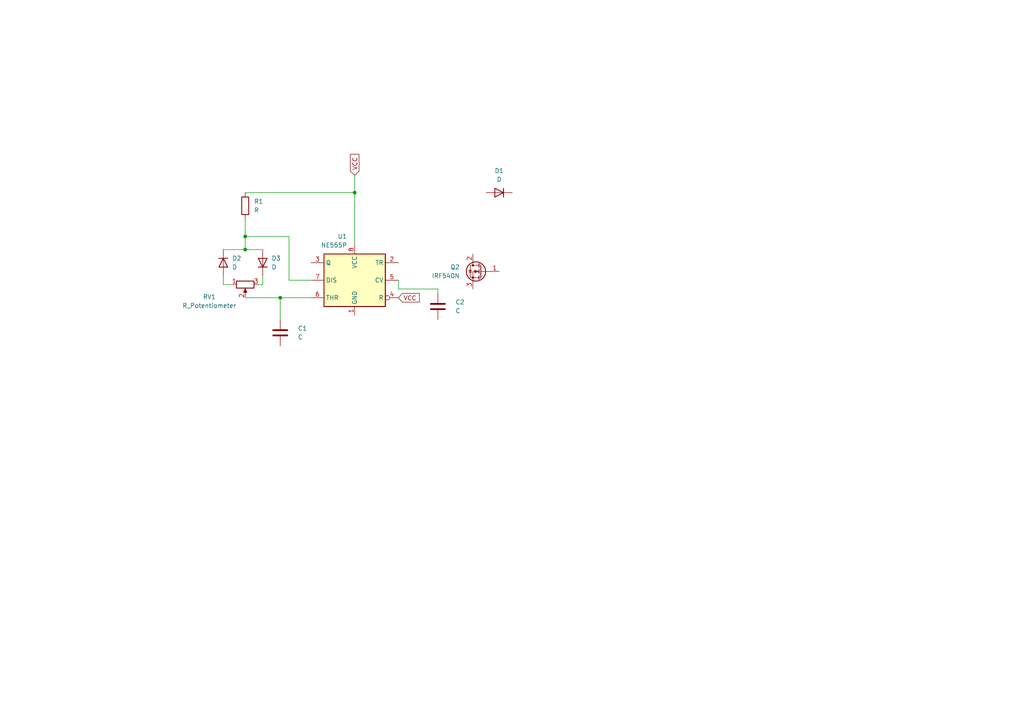
<source format=kicad_sch>
(kicad_sch (version 20231120) (generator "eeschema") (generator_version "8.0")
  (paper "A4")
  (lib_symbols
    (symbol "Device:C" (pin_numbers hide) (pin_names (offset 0.254))
      (property "Reference" "C" (at 0.635 2.54 0))
      (property "Value" "C" (at 0.635 -2.54 0))
      (symbol "C_0_1"
        (polyline (pts (xy -2.032 -0.762) (xy 2.032 -0.762)) (stroke (width 0.508)))
        (polyline (pts (xy -2.032 0.762) (xy 2.032 0.762)) (stroke (width 0.508)))
      )
      (symbol "C_1_1"
        (pin passive line (at 0 3.81 270) (length 2.794) (name "~") (number "1"))
        (pin passive line (at 0 -3.81 90) (length 2.794) (name "~") (number "2"))
      )
    )
    (symbol "Device:D" (pin_numbers hide) (pin_names (offset 1.016) hide)
      (property "Reference" "D" (at 0 2.54 0))
      (property "Value" "D" (at 0 -2.54 0))
      (symbol "D_0_1"
        (polyline (pts (xy -1.27 1.27) (xy -1.27 -1.27)) (stroke (width 0.254)))
        (polyline (pts (xy 1.27 0) (xy -1.27 0)))
        (polyline (pts (xy 1.27 1.27) (xy 1.27 -1.27) (xy -1.27 0) (xy 1.27 1.27)) (stroke (width 0.254)))
      )
      (symbol "D_1_1"
        (pin passive line (at -3.81 0 0) (length 2.54) (name "K") (number "1"))
        (pin passive line (at 3.81 0 180) (length 2.54) (name "A") (number "2"))
      )
    )
    (symbol "Device:R" (pin_numbers hide) (pin_names (offset 0))
      (property "Reference" "R" (at 2.032 0 90))
      (property "Value" "R" (at 0 0 90))
      (symbol "R_0_1"
        (rectangle (start -1.016 -2.54) (end 1.016 2.54) (stroke (width 0.254)))
      )
      (symbol "R_1_1"
        (pin passive line (at 0 3.81 270) (length 1.27) (name "~") (number "1"))
        (pin passive line (at 0 -3.81 90) (length 1.27) (name "~") (number "2"))
      )
    )
    (symbol "Device:R_Potentiometer" (pin_names (offset 1.016) hide)
      (property "Reference" "RV" (at -4.445 0 90))
      (property "Value" "R_Potentiometer" (at -2.54 0 90))
      (symbol "R_Potentiometer_0_1"
        (polyline (pts (xy 2.54 0) (xy 1.524 0)))
        (polyline (pts (xy 1.143 0) (xy 2.286 0.508) (xy 2.286 -0.508) (xy 1.143 0)) (fill (type outline)))
        (rectangle (start 1.016 2.54) (end -1.016 -2.54) (stroke (width 0.254)))
      )
      (symbol "R_Potentiometer_1_1"
        (pin passive line (at 0 3.81 270) (length 1.27) (name "1") (number "1"))
        (pin passive line (at 3.81 0 180) (length 1.27) (name "2") (number "2"))
        (pin passive line (at 0 -3.81 90) (length 1.27) (name "3") (number "3"))
      )
    )
    (symbol "Timer:NE555P"
      (property "Reference" "U" (at -10.16 8.89 0))
      (property "Value" "NE555P" (at 2.54 8.89 0))
      (symbol "NE555P_0_0"
        (pin power_in line (at 0 -10.16 90) (length 2.54) (name "GND") (number "1"))
        (pin power_in line (at 0 10.16 270) (length 2.54) (name "VCC") (number "8"))
      )
      (symbol "NE555P_0_1"
        (rectangle (start -8.89 -7.62) (end 8.89 7.62) (stroke (width 0.254)) (fill (type background)))
        (rectangle (start -8.89 -7.62) (end 8.89 7.62) (stroke (width 0.254)) (fill (type background)))
      )
      (symbol "NE555P_1_1"
        (pin input line (at -12.7 5.08 0) (length 3.81) (name "TR") (number "2"))
        (pin output line (at 12.7 5.08 180) (length 3.81) (name "Q") (number "3"))
        (pin input inverted (at -12.7 -5.08 0) (length 3.81) (name "R") (number "4"))
        (pin input line (at -12.7 0 0) (length 3.81) (name "CV") (number "5"))
        (pin input line (at 12.7 -5.08 180) (length 3.81) (name "THR") (number "6"))
        (pin input line (at 12.7 0 180) (length 3.81) (name "DIS") (number "7"))
      )
    )
    (symbol "Transistor_FET:IRF540N" (pin_names hide)
      (property "Reference" "Q" (at 5.08 1.905 0))
      (property "Value" "IRF540N" (at 5.08 0 0))
      (symbol "IRF540N_0_1"
        (polyline (pts (xy 0.254 0) (xy -2.54 0)))
        (polyline (pts (xy 0.254 1.905) (xy 0.254 -1.905)) (stroke (width 0.254)))
        (polyline (pts (xy 0.762 -1.27) (xy 0.762 -2.286)) (stroke (width 0.254)))
        (polyline (pts (xy 0.762 0.508) (xy 0.762 -0.508)) (stroke (width 0.254)))
        (polyline (pts (xy 0.762 2.286) (xy 0.762 1.27)) (stroke (width 0.254)))
        (polyline (pts (xy 2.54 2.54) (xy 2.54 1.778)))
        (polyline (pts (xy 2.54 -2.54) (xy 2.54 0) (xy 0.762 0)))
        (polyline (pts (xy 0.762 -1.778) (xy 3.302 -1.778) (xy 3.302 1.778) (xy 0.762 1.778)))
        (polyline (pts (xy 1.016 0) (xy 2.032 0.381) (xy 2.032 -0.381) (xy 1.016 0)) (fill (type outline)))
        (polyline (pts (xy 2.794 0.508) (xy 2.921 0.381) (xy 3.683 0.381) (xy 3.81 0.254)))
        (polyline (pts (xy 3.302 0.381) (xy 2.921 -0.254) (xy 3.683 -0.254) (xy 3.302 0.381)))
        (circle (center 1.651 0) (radius 2.794) (stroke (width 0.254)))
        (circle (center 2.54 -1.778) (radius 0.254) (fill (type outline)))
        (circle (center 2.54 1.778) (radius 0.254) (fill (type outline)))
      )
      (symbol "IRF540N_1_1"
        (pin input line (at -5.08 0 0) (length 2.54) (name "G") (number "1"))
        (pin passive line (at 2.54 5.08 270) (length 2.54) (name "D") (number "2"))
        (pin passive line (at 2.54 -5.08 90) (length 2.54) (name "S") (number "3"))
      )
    )
  )
  (junction (at 71.12 68.58))
  (junction (at 102.87 55.88))
  (junction (at 81.28 86.36))
  (junction (at 71.12 72.39))
  (wire (pts (xy 64.77 72.39) (xy 71.12 72.39)))
  (wire (pts (xy 115.57 83.82) (xy 127 83.82)))
  (wire (pts (xy 71.12 68.58) (xy 83.82 68.58)))
  (wire (pts (xy 71.12 68.58) (xy 71.12 72.39)))
  (wire (pts (xy 71.12 63.5) (xy 71.12 68.58)))
  (wire (pts (xy 81.28 86.36) (xy 90.17 86.36)))
  (wire (pts (xy 83.82 81.28) (xy 83.82 68.58)))
  (wire (pts (xy 127 83.82) (xy 127 85.09)))
  (wire (pts (xy 115.57 83.82) (xy 115.57 81.28)))
  (wire (pts (xy 71.12 72.39) (xy 76.2 72.39)))
  (wire (pts (xy 71.12 86.36) (xy 81.28 86.36)))
  (wire (pts (xy 102.87 55.88) (xy 102.87 71.12)))
  (wire (pts (xy 64.77 80.01) (xy 64.77 82.55)))
  (wire (pts (xy 90.17 81.28) (xy 83.82 81.28)))
  (wire (pts (xy 71.12 55.88) (xy 102.87 55.88)))
  (wire (pts (xy 102.87 50.8) (xy 102.87 55.88)))
  (wire (pts (xy 76.2 80.01) (xy 76.2 82.55)))
  (wire (pts (xy 76.2 82.55) (xy 74.93 82.55)))
  (wire (pts (xy 64.77 82.55) (xy 67.31 82.55)))
  (wire (pts (xy 81.28 92.71) (xy 81.28 86.36)))
  (global_label "VCC" (shape input) (at 102.87 50.8 90) (property "Intersheetrefs" "${INTERSHEET_REFS}" (effects (hide yes))))
  (global_label "VCC" (shape input) (at 115.57 86.36 0) (property "Intersheetrefs" "${INTERSHEET_REFS}" (effects (hide yes))))
  (symbol (lib_id "Device:D") (at 144.78 55.88 180) (unit 1)
    (property "Reference" "D1" (at 144.78 49.53 0))
    (property "Value" "D" (at 144.78 52.07 0))
    (property "Description" "Diode" (effects (hide yes)))
    (property "Sim.Device" "D" (effects (hide yes)))
    (property "Sim.Pins" "1=K 2=A" (effects (hide yes)))
  )
  (symbol (lib_id "Device:C") (at 127 88.9 0) (unit 1)
    (property "Reference" "C2" (at 132.08 87.6299 0) (effects (justify left)))
    (property "Value" "C" (at 132.08 90.1699 0) (effects (justify left)))
    (property "Description" "Unpolarized capacitor" (effects (hide yes)))
  )
  (symbol (lib_id "Device:R_Potentiometer") (at 71.12 82.55 90) (mirror x) (unit 1)
    (property "Reference" "RV1" (at 60.706 86.106 90))
    (property "Value" "R_Potentiometer" (at 60.706 88.646 90))
    (property "Description" "Potentiometer" (effects (hide yes)))
  )
  (symbol (lib_id "Device:C") (at 81.28 96.52 0) (unit 1)
    (property "Reference" "C1" (at 86.36 95.2499 0) (effects (justify left)))
    (property "Value" "C" (at 86.36 97.7899 0) (effects (justify left)))
    (property "Description" "Unpolarized capacitor" (effects (hide yes)))
  )
  (symbol (lib_id "Device:D") (at 76.2 76.2 90) (unit 1)
    (property "Reference" "D3" (at 78.74 74.9299 90) (effects (justify right)))
    (property "Value" "D" (at 78.74 77.4699 90) (effects (justify right)))
    (property "Description" "Diode" (effects (hide yes)))
    (property "Sim.Device" "D" (effects (hide yes)))
    (property "Sim.Pins" "1=K 2=A" (effects (hide yes)))
  )
  (symbol (lib_id "Device:D") (at 64.77 76.2 270) (unit 1)
    (property "Reference" "D2" (at 67.31 74.9299 90) (effects (justify left)))
    (property "Value" "D" (at 67.31 77.4699 90) (effects (justify left)))
    (property "Description" "Diode" (effects (hide yes)))
    (property "Sim.Device" "D" (effects (hide yes)))
    (property "Sim.Pins" "1=K 2=A" (effects (hide yes)))
  )
  (symbol (lib_id "Timer:NE555P") (at 102.87 81.28 0) (mirror y) (unit 1)
    (property "Reference" "U1" (at 100.6759 68.58 0) (effects (justify left)))
    (property "Value" "NE555P" (at 100.6759 71.12 0) (effects (justify left)))
    (property "Footprint" "Package_DIP:DIP-8_W7.62mm" (effects (hide yes)))
    (property "Datasheet" "http://www.ti.com/lit/ds/symlink/ne555.pdf" (effects (hide yes)))
    (property "Description" "Precision Timers, 555 compatible,  PDIP-8" (effects (hide yes)))
  )
  (symbol (lib_id "Device:R") (at 71.12 59.69 0) (unit 1)
    (property "Reference" "R1" (at 73.66 58.4199 0) (effects (justify left)))
    (property "Value" "R" (at 73.66 60.9599 0) (effects (justify left)))
    (property "Description" "Resistor" (effects (hide yes)))
  )
  (symbol (lib_id "Transistor_FET:IRF540N") (at 139.7 78.74 0) (mirror y) (unit 1)
    (property "Reference" "Q2" (at 133.35 77.4699 0) (effects (justify left)))
    (property "Value" "IRF540N" (at 133.35 80.0099 0) (effects (justify left)))
    (property "Footprint" "Package_TO_SOT_THT:TO-220-3_Vertical" (effects (hide yes)))
    (property "Datasheet" "http://www.irf.com/product-info/datasheets/data/irf540n.pdf" (effects (hide yes)))
    (property "Description" "33A Id, 100V Vds, HEXFET N-Channel MOSFET, TO-220" (effects (hide yes)))
  )
)
</source>
